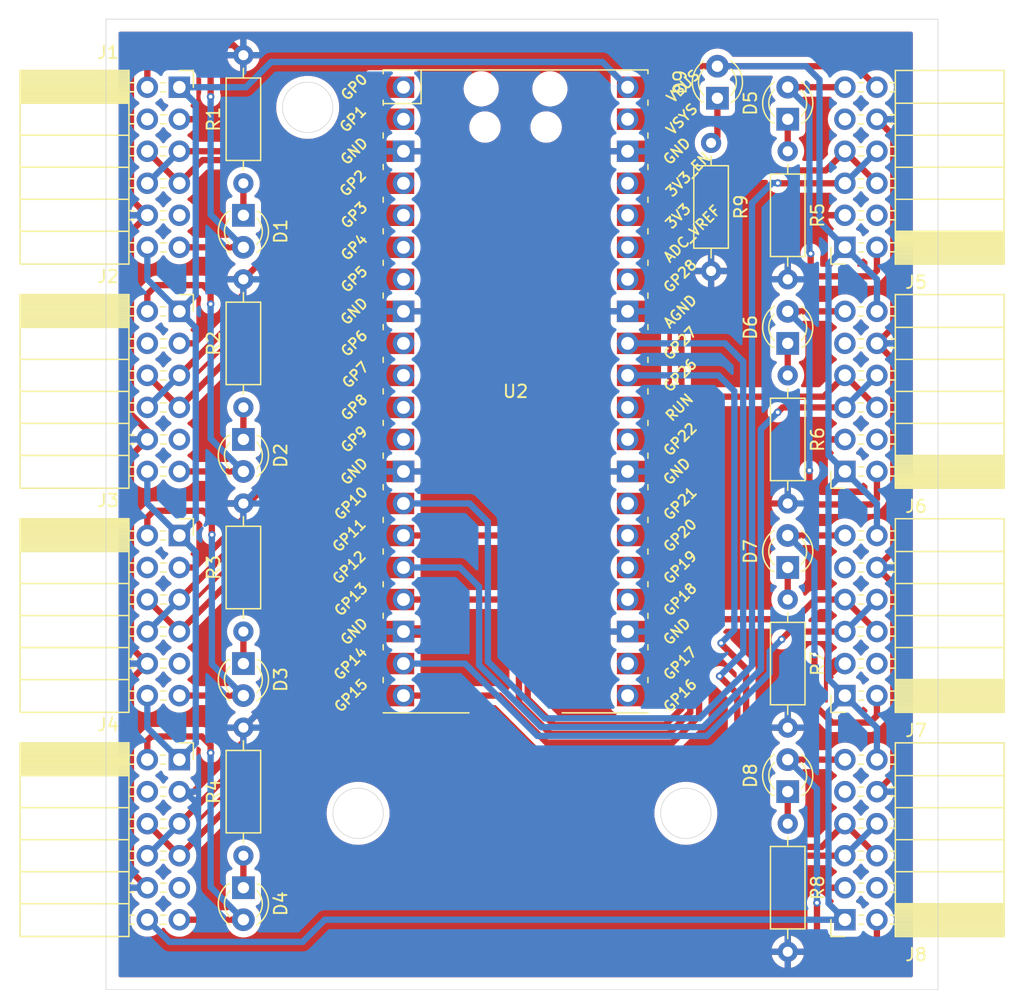
<source format=kicad_pcb>
(kicad_pcb (version 20240108) (generator "pcbnew") (generator_version "8.0")
  (layers (0 "F.Cu" signal) (31 "B.Cu" signal) (34 "B.Paste" user) (35 "F.Paste" user) (36 "B.SilkS" user "B.Silkscreen") (37 "F.SilkS" user "F.Silkscreen") (38 "B.Mask" user) (39 "F.Mask" user) (44 "Edge.Cuts" user))
  (net 0 "")
  (net 1 "+5V")
  (net 2 "+3V3")
  (net 3 "CW{slash}CCW-1")
  (net 4 "GND")
  (net 5 "CONN-1")
  (net 6 "PWM-1")
  (net 7 "CW{slash}CCW-2")
  (net 8 "CONN-2")
  (net 9 "PWM-2")
  (net 10 "CONN-3")
  (net 11 "PWM-3")
  (net 12 "CW{slash}CCW-3")
  (net 13 "CONN-4")
  (net 14 "PWM-4")
  (net 15 "CW{slash}CCW-4")
  (net 16 "CW{slash}CCW-5")
  (net 17 "CONN-5")
  (net 18 "PWM-5")
  (net 19 "CONN-6")
  (net 20 "CW{slash}CCW-6")
  (net 21 "PWM-6")
  (net 22 "CW{slash}CCW-7")
  (net 23 "PWM-7")
  (net 24 "CONN-7")
  (net 25 "CONN-8")
  (net 26 "PWM-8")
  (net 27 "CW{slash}CCW-8")
  (net 34 "Net-(D1-K)")
  (net 35 "Net-(D2-K)")
  (net 36 "Net-(D3-K)")
  (net 37 "Net-(D4-K)")
  (net 38 "Net-(D5-K)")
  (net 39 "Net-(D6-K)")
  (net 40 "Net-(D7-K)")
  (net 41 "Net-(D8-K)")
  (net 42 "Net-(D9-K)")
  (footprint "LED_THT:LED_D3.0mm" (layer "F.Cu") (at 159.08 86.5 90)
    (property "Reference" "D7")
    (property "Value" "LED")
  )
  (footprint "Resistor_THT:R_Axial_DIN0207_L6.3mm_D2.5mm_P10.16mm_Horizontal" (layer "F.Cu") (at 159.08 71.26 -90)
    (property "Reference" "R6")
    (property "Value" "R")
  )
  (footprint "Connector_PinSocket_2.54mm:PinSocket_2x06_P2.54mm_Horizontal" (layer "F.Cu") (at 163.615 61.1 180)
    (property "Reference" "J5")
    (property "Value" "Conn_02x06_Odd_Even")
  )
  (footprint "Connector_PinSocket_2.54mm:PinSocket_2x06_P2.54mm_Horizontal" (layer "F.Cu") (at 110.82 66.18)
    (property "Reference" "J2")
    (property "Value" "Conn_02x06_Odd_Even")
  )
  (footprint "LED_THT:LED_D3.0mm" (layer "F.Cu") (at 159.08 50.94 90)
    (property "Reference" "D5")
    (property "Value" "LED")
  )
  (footprint "Connector_PinSocket_2.54mm:PinSocket_2x06_P2.54mm_Horizontal" (layer "F.Cu") (at 163.615 78.88 180)
    (property "Reference" "J6")
    (property "Value" "Conn_02x06_Odd_Even")
  )
  (footprint "Resistor_THT:R_Axial_DIN0207_L6.3mm_D2.5mm_P10.16mm_Horizontal" (layer "F.Cu") (at 115.9 109.36 90)
    (property "Reference" "R4")
    (property "Value" "R")
  )
  (footprint "Connector_PinSocket_2.54mm:PinSocket_2x06_P2.54mm_Horizontal" (layer "F.Cu") (at 163.615 114.44 180)
    (property "Reference" "J8")
    (property "Value" "Conn_02x06_Odd_Even")
  )
  (footprint "Resistor_THT:R_Axial_DIN0207_L6.3mm_D2.5mm_P10.16mm_Horizontal" (layer "F.Cu") (at 115.9 91.58 90)
    (property "Reference" "R3")
    (property "Value" "R")
  )
  (footprint "Resistor_THT:R_Axial_DIN0207_L6.3mm_D2.5mm_P10.16mm_Horizontal" (layer "F.Cu") (at 159.08 106.82 -90)
    (property "Reference" "R8")
    (property "Value" "R")
  )
  (footprint "LED_THT:LED_D3.0mm" (layer "F.Cu") (at 115.9 76.34 -90)
    (property "Reference" "D2")
    (property "Value" "LED")
  )
  (footprint "Connector_PinSocket_2.54mm:PinSocket_2x06_P2.54mm_Horizontal" (layer "F.Cu") (at 110.82 83.96)
    (property "Reference" "J3")
    (property "Value" "Conn_02x06_Odd_Even")
  )
  (footprint "MCU_RaspberryPi_and_Boards:RPi_Pico_SMD_TH" (layer "F.Cu") (at 137.49 72.53)
    (property "Reference" "U2")
    (property "Value" "Pico")
  )
  (footprint "LED_THT:LED_D3.0mm" (layer "F.Cu") (at 153.5 49.275 90)
    (property "Reference" "D9")
    (property "Value" "LED")
  )
  (footprint "Resistor_THT:R_Axial_DIN0207_L6.3mm_D2.5mm_P10.16mm_Horizontal" (layer "F.Cu") (at 159.08 89.04 -90)
    (property "Reference" "R7")
    (property "Value" "R")
  )
  (footprint "Connector_PinSocket_2.54mm:PinSocket_2x06_P2.54mm_Horizontal" (layer "F.Cu") (at 163.615 96.66 180)
    (property "Reference" "J7")
    (property "Value" "Conn_02x06_Odd_Even")
  )
  (footprint "LED_THT:LED_D3.0mm" (layer "F.Cu") (at 115.9 58.56 -90)
    (property "Reference" "D1")
    (property "Value" "LED")
  )
  (footprint "Connector_PinSocket_2.54mm:PinSocket_2x06_P2.54mm_Horizontal" (layer "F.Cu") (at 110.82 101.74)
    (property "Reference" "J4")
    (property "Value" "Conn_02x06_Odd_Even")
  )
  (footprint "Resistor_THT:R_Axial_DIN0207_L6.3mm_D2.5mm_P10.16mm_Horizontal" (layer "F.Cu") (at 115.9 56.02 90)
    (property "Reference" "R1")
    (property "Value" "R")
  )
  (footprint "Connector_PinSocket_2.54mm:PinSocket_2x06_P2.54mm_Horizontal" (layer "F.Cu") (at 110.82 48.4)
    (property "Reference" "J1")
    (property "Value" "Conn_02x06_Odd_Even")
  )
  (footprint "Resistor_THT:R_Axial_DIN0207_L6.3mm_D2.5mm_P10.16mm_Horizontal" (layer "F.Cu") (at 153 52.82 -90)
    (property "Reference" "R9")
    (property "Value" "R")
  )
  (footprint "LED_THT:LED_D3.0mm" (layer "F.Cu") (at 159.08 68.72 90)
    (property "Reference" "D6")
    (property "Value" "LED")
  )
  (footprint "LED_THT:LED_D3.0mm" (layer "F.Cu") (at 115.9 94.12 -90)
    (property "Reference" "D3")
    (property "Value" "LED")
  )
  (footprint "LED_THT:LED_D3.0mm" (layer "F.Cu") (at 115.9 111.9 -90)
    (property "Reference" "D4")
    (property "Value" "LED")
  )
  (footprint "Resistor_THT:R_Axial_DIN0207_L6.3mm_D2.5mm_P10.16mm_Horizontal" (layer "F.Cu") (at 115.9 73.8 90)
    (property "Reference" "R2")
    (property "Value" "R")
  )
  (footprint "LED_THT:LED_D3.0mm" (layer "F.Cu") (at 159.08 104.28 90)
    (property "Reference" "D8")
    (property "Value" "LED")
  )
  (footprint "Resistor_THT:R_Axial_DIN0207_L6.3mm_D2.5mm_P10.16mm_Horizontal" (layer "F.Cu") (at 159.08 53.48 -90)
    (property "Reference" "R5")
    (property "Value" "R")
  )
  (gr_circle (center 121 50) (end 121 52) (stroke (width 0.05)) (fill none) (layer "Edge.Cuts"))
  (gr_circle (center 125 106) (end 125 108) (stroke (width 0.05)) (fill none) (layer "Edge.Cuts"))
  (gr_circle (center 151 106) (end 151 108) (stroke (width 0.05)) (fill none) (layer "Edge.Cuts"))
  (gr_rect (start 105 43) (end 171 120) (stroke (width 0.05)) (fill none) (layer "Edge.Cuts"))
  (segment (start 150.2 48.4) (end 151.865 46.735) (width 0.5) (layer "F.Cu") (net 1))
  (segment (start 153.5 46.735) (end 164.49 46.735) (width 0.5) (layer "F.Cu") (net 1))
  (segment (start 151.865 46.735) (end 153.5 46.735) (width 0.5) (layer "F.Cu") (net 1))
  (segment (start 164.49 46.735) (end 166.155 48.4) (width 0.5) (layer "F.Cu") (net 1))
  (segment (start 146.38 48.4) (end 150.2 48.4) (width 0.5) (layer "F.Cu") (net 1))
  (segment (start 160.535 46.735) (end 161.6 47.8) (width 0.5) (layer "B.Cu") (net 1))
  (segment (start 162.315 113.14) (end 162.315 97.96) (width 0.5) (layer "B.Cu") (net 1))
  (segment (start 163.615 61.1) (end 161.6 59.085) (width 0.5) (layer "B.Cu") (net 1))
  (segment (start 108.28 63.64) (end 110.82 66.18) (width 0.5) (layer "B.Cu") (net 1))
  (segment (start 163.615 96.66) (end 162.315 95.36) (width 0.5) (layer "B.Cu") (net 1))
  (segment (start 112.12 67.48) (end 110.82 66.18) (width 0.5) (layer "B.Cu") (net 1))
  (segment (start 144.38 46.4) (end 146.38 48.4) (width 0.5) (layer "B.Cu") (net 1))
  (segment (start 153.5 46.735) (end 160.535 46.735) (width 0.5) (layer "B.Cu") (net 1))
  (segment (start 108.28 96.66) (end 108.28 99.2) (width 0.5) (layer "B.Cu") (net 1))
  (segment (start 112.12 85.26) (end 110.82 83.96) (width 0.5) (layer "B.Cu") (net 1))
  (segment (start 162.315 62.4) (end 163.615 61.1) (width 0.5) (layer "B.Cu") (net 1))
  (segment (start 110.82 83.96) (end 112.12 82.66) (width 0.5) (layer "B.Cu") (net 1))
  (segment (start 110.82 66.18) (end 112.12 64.88) (width 0.5) (layer "B.Cu") (net 1))
  (segment (start 112.12 49.7) (end 110.82 48.4) (width 0.5) (layer "B.Cu") (net 1))
  (segment (start 163.615 78.88) (end 162.315 77.58) (width 0.5) (layer "B.Cu") (net 1))
  (segment (start 163.615 114.44) (end 162.315 113.14) (width 0.5) (layer "B.Cu") (net 1))
  (segment (start 112.12 100.44) (end 112.12 85.26) (width 0.5) (layer "B.Cu") (net 1))
  (segment (start 118.1 46.4) (end 144.38 46.4) (width 0.5) (layer "B.Cu") (net 1))
  (segment (start 166.155 83.96) (end 166.155 81.42) (width 0.5) (layer "B.Cu") (net 1))
  (segment (start 112.12 64.88) (end 112.12 49.7) (width 0.5) (layer "B.Cu") (net 1))
  (segment (start 116.1 48.4) (end 118.1 46.4) (width 0.5) (layer "B.Cu") (net 1))
  (segment (start 110.82 48.4) (end 116.1 48.4) (width 0.5) (layer "B.Cu") (net 1))
  (segment (start 166.155 66.18) (end 166.155 63.64) (width 0.5) (layer "B.Cu") (net 1))
  (segment (start 162.315 77.58) (end 162.315 62.4) (width 0.5) (layer "B.Cu") (net 1))
  (segment (start 112.12 82.66) (end 112.12 67.48) (width 0.5) (layer "B.Cu") (net 1))
  (segment (start 120.6 116.2) (end 122.36 114.44) (width 0.5) (layer "B.Cu") (net 1))
  (segment (start 162.315 95.36) (end 162.315 80.18) (width 0.5) (layer "B.Cu") (net 1))
  (segment (start 166.155 63.64) (end 163.615 61.1) (width 0.5) (layer "B.Cu") (net 1))
  (segment (start 110.82 101.74) (end 112.12 100.44) (width 0.5) (layer "B.Cu") (net 1))
  (segment (start 108.28 78.88) (end 108.28 81.42) (width 0.5) (layer "B.Cu") (net 1))
  (segment (start 161.6 59.085) (end 161.6 47.8) (width 0.5) (layer "B.Cu") (net 1))
  (segment (start 166.155 81.42) (end 163.615 78.88) (width 0.5) (layer "B.Cu") (net 1))
  (segment (start 108.28 114.44) (end 110.04 116.2) (width 0.5) (layer "B.Cu") (net 1))
  (segment (start 108.28 61.1) (end 108.28 63.64) (width 0.5) (layer "B.Cu") (net 1))
  (segment (start 122.36 114.44) (end 163.615 114.44) (width 0.5) (layer "B.Cu") (net 1))
  (segment (start 108.28 81.42) (end 110.82 83.96) (width 0.5) (layer "B.Cu") (net 1))
  (segment (start 162.315 80.18) (end 163.615 78.88) (width 0.5) (layer "B.Cu") (net 1))
  (segment (start 110.04 116.2) (end 120.6 116.2) (width 0.5) (layer "B.Cu") (net 1))
  (segment (start 166.155 101.74) (end 166.155 99.2) (width 0.5) (layer "B.Cu") (net 1))
  (segment (start 108.28 99.2) (end 110.82 101.74) (width 0.5) (layer "B.Cu") (net 1))
  (segment (start 162.315 97.96) (end 163.615 96.66) (width 0.5) (layer "B.Cu") (net 1))
  (segment (start 166.155 99.2) (end 163.615 96.66) (width 0.5) (layer "B.Cu") (net 1))
  (segment (start 112.66 54.18) (end 119.26765 54.18) (width 0.5) (layer "F.Cu") (net 3))
  (segment (start 108.28 53.48) (end 110.82 56.02) (width 0.5) (layer "F.Cu") (net 3))
  (segment (start 110.82 56.02) (end 112.66 54.18) (width 0.5) (layer "F.Cu") (net 3))
  (segment (start 119.26765 54.18) (end 123.64765 58.56) (width 0.5) (layer "F.Cu") (net 3))
  (segment (start 123.64765 58.56) (end 128.6 58.56) (width 0.5) (layer "F.Cu") (net 3))
  (segment (start 115.9 64.842081) (end 115.9 63.64) (width 0.5) (layer "F.Cu") (net 4))
  (segment (start 106.98 95.42) (end 108.28 94.12) (width 0.5) (layer "F.Cu") (net 4))
  (segment (start 106.98 110.6) (end 106.98 95.42) (width 0.5) (layer "F.Cu") (net 4))
  (segment (start 115.9 99.2) (end 117.3 97.8) (width 0.5) (layer "F.Cu") (net 4))
  (segment (start 115.9 63.64) (end 114.44 63.64) (width 0.5) (layer "F.Cu") (net 4))
  (segment (start 116.28 81.42) (end 117.05 80.65) (width 0.5) (layer "F.Cu") (net 4))
  (segment (start 115.9 45.86) (end 115.100001 45.060001) (width 0.5) (layer "F.Cu") (net 4))
  (segment (start 114.44 63.64) (end 114.1 63.3) (width 0.5) (layer "F.Cu") (net 4))
  (segment (start 110.82 86.5) (end 112.022081 86.5) (width 0.5) (layer "F.Cu") (net 4))
  (segment (start 166.155 68.72) (end 167.455 67.42) (width 0.5) (layer "F.Cu") (net 4))
  (segment (start 160.66 76.34) (end 163.615 76.34) (width 0.5) (layer "F.Cu") (net 4))
  (segment (start 159.08 59.82) (end 160.34 58.56) (width 0.5) (layer "F.Cu") (net 4))
  (segment (start 159.08 77.92) (end 160.66 76.34) (width 0.5) (layer "F.Cu") (net 4))
  (segment (start 115.9 81.42) (end 113.88 81.42) (width 0.5) (layer "F.Cu") (net 4))
  (segment (start 166.155 104.28) (end 167.455 102.98) (width 0.5) (layer "F.Cu") (net 4))
  (segment (start 167.455 85.2) (end 167.455 70.02) (width 0.5) (layer "F.Cu") (net 4))
  (segment (start 117.3 97.8) (end 117.8 97.8) (width 0.5) (layer "F.Cu") (net 4))
  (segment (start 167.455 70.02) (end 166.155 68.72) (width 0.5) (layer "F.Cu") (net 4))
  (segment (start 106.98 59.86) (end 108.28 58.56) (width 0.5) (layer "F.Cu") (net 4))
  (segment (start 112.022081 86.5) (end 115.9 82.622081) (width 0.5) (layer "F.Cu") (net 4))
  (segment (start 167.455 87.8) (end 166.155 86.5) (width 0.5) (layer "F.Cu") (net 4))
  (segment (start 128.6 91.58) (end 124.82 91.58) (width 1) (layer "F.Cu") (net 4))
  (segment (start 159.08 113.12) (end 159.08 116.98) (width 0.5) (layer "F.Cu") (net 4))
  (segment (start 108.28 58.56) (end 106.98 57.26) (width 0.5) (layer "F.Cu") (net 4))
  (segment (start 108.28 111.9) (end 106.98 110.6) (width 0.5) (layer "F.Cu") (net 4))
  (segment (start 167.455 52.24) (end 166.155 50.94) (width 0.5) (layer "F.Cu") (net 4))
  (segment (start 106.98 57.26) (end 106.98 46.32) (width 0.5) (layer "F.Cu") (net 4))
  (segment (start 108.28 76.34) (end 108.28 75.638478) (width 0.5) (layer "F.Cu") (net 4))
  (segment (start 108.28 94.12) (end 106.98 92.82) (width 0.5) (layer "F.Cu") (net 4))
  (segment (start 159.08 81.42) (end 159.08 77.92) (width 0.5) (layer "F.Cu") (net 4))
  (segment (start 110.82 104.28) (end 111.95137 104.28) (width 0.5) (layer "F.Cu") (net 4))
  (segment (start 106.98 92.82) (end 106.98 77.64) (width 0.5) (layer "F.Cu") (net 4))
  (segment (start 128.6 91.58) (end 130.88 91.58) (width 1) (layer "F.Cu") (net 4))
  (segment (start 167.455 67.42) (end 167.455 52.24) (width 0.5) (layer "F.Cu") (net 4))
  (segment (start 163.615 94.12) (end 162.98 94.12) (width 1) (layer "F.Cu") (net 4))
  (segment (start 115.9 81.42) (end 116.28 81.42) (width 0.5) (layer "F.Cu") (net 4))
  (segment (start 112.022081 68.72) (end 115.9 64.842081) (width 0.5) (layer "F.Cu") (net 4))
  (segment (start 167.455 102.98) (end 167.455 87.8) (width 0.5) (layer "F.Cu") (net 4))
  (segment (start 108.28 75.638478) (end 106.98 74.338478) (width 0.5) (layer "F.Cu") (net 4))
  (segment (start 110.82 68.72) (end 112.022081 68.72) (width 0.5) (layer "F.Cu") (net 4))
  (segment (start 117.24 62.3) (end 117.6 62.3) (width 0.5) (layer "F.Cu") (net 4))
  (segment (start 115.100001 45.060001) (end 108.239999 45.060001) (width 0.5) (layer "F.Cu") (net 4))
  (segment (start 163.615 111.9) (end 160.3 111.9) (width 0.5) (layer "F.Cu") (net 4))
  (segment (start 159.08 63.64) (end 159.08 59.82) (width 0.5) (layer "F.Cu") (net 4))
  (segment (start 115.9 82.622081) (end 115.9 81.42) (width 0.5) (layer "F.Cu") (net 4))
  (segment (start 111.95137 104.28) (end 115.9 100.33137) (width 0.5) (layer "F.Cu") (net 4))
  (segment (start 108.239999 45.060001) (end 106.98 46.32) (width 0.5) (layer "F.Cu") (net 4))
  (segment (start 106.98 77.64) (end 108.28 76.34) (width 0.5) (layer "F.Cu") (net 4))
  (segment (start 106.98 74.338478) (end 106.98 59.86) (width 0.5) (layer "F.Cu") (net 4))
  (segment (start 160.3 111.9) (end 159.08 113.12) (width 0.5) (layer "F.Cu") (net 4))
  (segment (start 115.9 49.2) (end 115.9 45.86) (width 0.5) (layer "F.Cu") (net 4))
  (segment (start 114.16 50.94) (end 115.9 49.2) (width 0.5) (layer "F.Cu") (net 4))
  (segment (start 115.9 100.33137) (end 115.9 99.2) (width 0.5) (layer "F.Cu") (net 4))
  (segment (start 115.9 63.64) (end 117.24 62.3) (width 0.5) (layer "F.Cu") (net 4))
  (segment (start 113.88 81.42) (end 113.8 81.5) (width 0.5) (layer "F.Cu") (net 4))
  (segment (start 166.155 86.5) (end 167.455 85.2) (width 0.5) (layer "F.Cu") (net 4))
  (segment (start 110.82 50.94) (end 114.16 50.94) (width 0.5) (layer "F.Cu") (net 4))
  (segment (start 162.98 94.12) (end 162.5 94.6) (width 1) (layer "F.Cu") (net 4))
  (segment (start 160.34 58.56) (end 163.615 58.56) (width 0.5) (layer "F.Cu") (net 4))
  (segment (start 124.82 91.58) (end 124.7 91.7) (width 1) (layer "F.Cu") (net 4))
  (segment (start 117.2 97.9) (end 117.7 97.9) (width 0.5) (layer "B.Cu") (net 4))
  (segment (start 111.28 104.28) (end 112.1 105.1) (width 0.5) (layer "B.Cu") (net 4))
  (segment (start 117.72 79.6) (end 118.1 79.6) (width 0.5) (layer "B.Cu") (net 4))
  (segment (start 115.9 81.42) (end 114.02 81.42) (width 0.5) (layer "B.Cu") (net 4))
  (segment (start 115.9 81.42) (end 117.72 79.6) (width 0.5) (layer "B.Cu") (net 4))
  (segment (start 115.9 99.2) (end 117.2 97.9) (width 0.5) (layer "B.Cu") (net 4))
  (segment (start 110.82 104.28) (end 111.28 104.28) (width 0.5) (layer "B.Cu") (net 4))
  (segment (start 114.02 81.42) (end 113.7 81.1) (width 0.5) (layer "B.Cu") (net 4))
  (segment (start 112.4 46.5) (end 108.8 46.5) (width 0.5) (layer "F.Cu") (net 5))
  (segment (start 110.82 61.1) (end 115.9 61.1) (width 0.5) (layer "F.Cu") (net 5))
  (segment (start 108.28 47.02) (end 108.28 48.4) (width 0.5) (layer "F.Cu") (net 5))
  (segment (start 113.3 49.15) (end 113.3 47.4) (width 0.5) (layer "F.Cu") (net 5))
  (segment (start 113.3 47.4) (end 112.4 46.5) (width 0.5) (layer "F.Cu") (net 5))
  (segment (start 108.8 46.5) (end 108.28 47.02) (width 0.5) (layer "F.Cu") (net 5))
  (via (at 113.3 49.15) (size 0.6) (drill 0.3) (layers "F.Cu" "B.Cu") (net 5))
  (segment (start 113.3 49.15) (end 113.3 58.5) (width 0.5) (layer "B.Cu") (net 5))
  (segment (start 113.3 58.5) (end 115.9 61.1) (width 0.5) (layer "B.Cu") (net 5))
  (segment (start 122.0976 56.02) (end 119.5576 53.48) (width 0.5) (layer "F.Cu") (net 6))
  (segment (start 119.5576 53.48) (end 110.82 53.48) (width 0.5) (layer "F.Cu") (net 6))
  (segment (start 128.6 56.02) (end 122.0976 56.02) (width 0.5) (layer "F.Cu") (net 6))
  (segment (start 108.28 56.02) (end 110.82 53.48) (width 0.5) (layer "B.Cu") (net 6))
  (segment (start 120.98 63.64) (end 128.6 63.64) (width 0.5) (layer "F.Cu") (net 7))
  (segment (start 110.82 73.8) (end 120.98 63.64) (width 0.5) (layer "F.Cu") (net 7))
  (segment (start 108.28 71.26) (end 110.82 73.8) (width 0.5) (layer "F.Cu") (net 7))
  (segment (start 109 64.1) (end 108.28 64.82) (width 0.5) (layer "F.Cu") (net 8))
  (segment (start 112.7 64.1) (end 109 64.1) (width 0.5) (layer "F.Cu") (net 8))
  (segment (start 110.82 78.88) (end 115.9 78.88) (width 0.5) (layer "F.Cu") (net 8))
  (segment (start 113.3 64.7) (end 112.7 64.1) (width 0.5) (layer "F.Cu") (net 8))
  (segment (start 108.28 64.82) (end 108.28 66.18) (width 0.5) (layer "F.Cu") (net 8))
  (segment (start 113.3 65.6) (end 113.3 64.7) (width 0.5) (layer "F.Cu") (net 8))
  (via (at 113.3 65.6) (size 0.6) (drill 0.3) (layers "F.Cu" "B.Cu") (net 8))
  (segment (start 113.3 65.6) (end 113.3 76.28) (width 0.5) (layer "B.Cu") (net 8))
  (segment (start 113.3 76.28) (end 115.9 78.88) (width 0.5) (layer "B.Cu") (net 8))
  (segment (start 120.98 61.1) (end 128.6 61.1) (width 0.5) (layer "F.Cu") (net 9))
  (segment (start 110.82 71.26) (end 120.98 61.1) (width 0.5) (layer "F.Cu") (net 9))
  (segment (start 108.28 73.8) (end 110.82 71.26) (width 0.5) (layer "B.Cu") (net 9))
  (segment (start 113.4 82.7) (end 112.7 82) (width 0.5) (layer "F.Cu") (net 10))
  (segment (start 108.8 82) (end 108.28 82.52) (width 0.5) (layer "F.Cu") (net 10))
  (segment (start 108.28 82.52) (end 108.28 83.96) (width 0.5) (layer "F.Cu") (net 10))
  (segment (start 113.4 83.9) (end 113.4 82.7) (width 0.5) (layer "F.Cu") (net 10))
  (segment (start 110.82 96.66) (end 115.9 96.66) (width 0.5) (layer "F.Cu") (net 10))
  (segment (start 112.7 82) (end 108.8 82) (width 0.5) (layer "F.Cu") (net 10))
  (via (at 113.4 83.9) (size 0.6) (drill 0.3) (layers "F.Cu" "B.Cu") (net 10))
  (segment (start 113.4 83.9) (end 113.4 94.16) (width 0.5) (layer "B.Cu") (net 10))
  (segment (start 113.4 94.16) (end 115.9 96.66) (width 0.5) (layer "B.Cu") (net 10))
  (segment (start 124.30805 68.72) (end 128.6 68.72) (width 0.5) (layer "F.Cu") (net 11))
  (segment (start 120.5228 72.50525) (end 124.30805 68.72) (width 0.5) (layer "F.Cu") (net 11))
  (segment (start 120.5228 79.3372) (end 120.5228 72.50525) (width 0.5) (layer "F.Cu") (net 11))
  (segment (start 110.82 89.04) (end 120.5228 79.3372) (width 0.5) (layer "F.Cu") (net 11))
  (segment (start 108.28 91.58) (end 110.82 89.04) (width 0.5) (layer "B.Cu") (net 11))
  (segment (start 110.82 91.58) (end 121.2228 81.1772) (width 0.5) (layer "F.Cu") (net 12))
  (segment (start 108.28 89.04) (end 110.82 91.58) (width 0.5) (layer "F.Cu") (net 12))
  (segment (start 122.758 71.26) (end 128.6 71.26) (width 0.5) (layer "F.Cu") (net 12))
  (segment (start 121.2228 72.7952) (end 122.758 71.26) (width 0.5) (layer "F.Cu") (net 12))
  (segment (start 121.2228 81.1772) (end 121.2228 72.7952) (width 0.5) (layer "F.Cu") (net 12))
  (segment (start 113.3 100.6) (end 112.6 99.9) (width 0.5) (layer "F.Cu") (net 13))
  (segment (start 113.3 101.2) (end 113.3 100.6) (width 0.5) (layer "F.Cu") (net 13))
  (segment (start 108.28 100.22) (end 108.28 101.74) (width 0.5) (layer "F.Cu") (net 13))
  (segment (start 112.6 99.9) (end 108.6 99.9) (width 0.5) (layer "F.Cu") (net 13))
  (segment (start 110.82 114.44) (end 115.9 114.44) (width 0.5) (layer "F.Cu") (net 13))
  (segment (start 108.6 99.9) (end 108.28 100.22) (width 0.5) (layer "F.Cu") (net 13))
  (via (at 113.3 101.2) (size 0.6) (drill 0.3) (layers "F.Cu" "B.Cu") (net 13))
  (segment (start 113.3 111.84) (end 115.9 114.44) (width 0.5) (layer "B.Cu") (net 13))
  (segment (start 113.3 101.2) (end 113.3 111.84) (width 0.5) (layer "B.Cu") (net 13))
  (segment (start 121.996 75.832) (end 124.028 73.8) (width 0.5) (layer "F.Cu") (net 14))
  (segment (start 124.028 73.8) (end 128.6 73.8) (width 0.5) (layer "F.Cu") (net 14))
  (segment (start 110.82 106.82) (end 121.996 95.644) (width 0.5) (layer "F.Cu") (net 14))
  (segment (start 121.996 95.644) (end 121.996 75.832) (width 0.5) (layer "F.Cu") (net 14))
  (segment (start 108.28 109.36) (end 110.82 106.82) (width 0.5) (layer "B.Cu") (net 14))
  (segment (start 122.696 97.484) (end 122.696 77.864) (width 0.5) (layer "F.Cu") (net 15))
  (segment (start 124.22 76.34) (end 128.6 76.34) (width 0.5) (layer "F.Cu") (net 15))
  (segment (start 110.82 109.36) (end 108.28 106.82) (width 0.5) (layer "F.Cu") (net 15))
  (segment (start 122.696 77.864) (end 124.22 76.34) (width 0.5) (layer "F.Cu") (net 15))
  (segment (start 110.82 109.36) (end 122.696 97.484) (width 0.5) (layer "F.Cu") (net 15))
  (segment (start 137.2868 83.96) (end 138.4552 85.1284) (width 0.5) (layer "F.Cu") (net 16))
  (segment (start 128.6 83.96) (end 137.2868 83.96) (width 0.5) (layer "F.Cu") (net 16))
  (segment (start 149.35245 98.9968) (end 150.6472 97.70205) (width 0.5) (layer "F.Cu") (net 16))
  (segment (start 140.538 98.9968) (end 149.35245 98.9968) (width 0.5) (layer "F.Cu") (net 16))
  (segment (start 162.095 55) (end 163.615 53.48) (width 0.5) (layer "F.Cu") (net 16))
  (segment (start 138.4552 96.914) (end 140.538 98.9968) (width 0.5) (layer "F.Cu") (net 16))
  (segment (start 163.615 53.48) (end 166.155 56.02) (width 0.5) (layer "F.Cu") (net 16))
  (segment (start 150.6472 56.9528) (end 152.6 55) (width 0.5) (layer "F.Cu") (net 16))
  (segment (start 152.6 55) (end 162.095 55) (width 0.5) (layer "F.Cu") (net 16))
  (segment (start 138.4552 85.1284) (end 138.4552 96.914) (width 0.5) (layer "F.Cu") (net 16))
  (segment (start 150.6472 97.70205) (end 150.6472 56.9528) (width 0.5) (layer "F.Cu") (net 16))
  (segment (start 166.155 62.945) (end 166.155 61.1) (width 0.5) (layer "F.Cu") (net 17))
  (segment (start 159.08 48.4) (end 163.615 48.4) (width 0.5) (layer "F.Cu") (net 17))
  (segment (start 165.7 63.4) (end 166.155 62.945) (width 0.5) (layer "F.Cu") (net 17))
  (segment (start 161.3 63.4) (end 165.7 63.4) (width 0.5) (layer "F.Cu") (net 17))
  (segment (start 160.9 61.6) (end 160.9 63) (width 0.5) (layer "F.Cu") (net 17))
  (segment (start 160.9 63) (end 161.3 63.4) (width 0.5) (layer "F.Cu") (net 17))
  (via (at 160.9 61.6) (size 0.6) (drill 0.3) (layers "F.Cu" "B.Cu") (net 17))
  (segment (start 160.9 61.6) (end 160.8 61.5) (width 0.5) (layer "B.Cu") (net 17))
  (segment (start 160.8 50.12) (end 159.08 48.4) (width 0.5) (layer "B.Cu") (net 17))
  (segment (start 160.8 61.5) (end 160.8 50.12) (width 0.5) (layer "B.Cu") (net 17))
  (segment (start 158.32 56.02) (end 163.615 56.02) (width 0.5) (layer "F.Cu") (net 18))
  (segment (start 158.3 56) (end 158.32 56.02) (width 0.5) (layer "F.Cu") (net 18))
  (via (at 158.3 56) (size 0.6) (drill 0.3) (layers "F.Cu" "B.Cu") (net 18))
  (segment (start 139.7971 98.4604) (end 135.2944 93.9577) (width 0.5) (layer "B.Cu") (net 18))
  (segment (start 163.615 56.02) (end 166.155 53.48) (width 0.5) (layer "B.Cu") (net 18))
  (segment (start 158.3 56) (end 157.8412 56) (width 0.5) (layer "B.Cu") (net 18))
  (segment (start 135.2944 82.882) (end 133.8324 81.42) (width 0.5) (layer "B.Cu") (net 18))
  (segment (start 133.8324 81.42) (end 128.6 81.42) (width 0.5) (layer "B.Cu") (net 18))
  (segment (start 152.07325 98.4604) (end 139.7971 98.4604) (width 0.5) (layer "B.Cu") (net 18))
  (segment (start 156.2464 94.28725) (end 152.07325 98.4604) (width 0.5) (layer "B.Cu") (net 18))
  (segment (start 157.8412 56) (end 156.2464 57.5948) (width 0.5) (layer "B.Cu") (net 18))
  (segment (start 135.2944 93.9577) (end 135.2944 82.882) (width 0.5) (layer "B.Cu") (net 18))
  (segment (start 157.8412 56) (end 157.8212 56.02) (width 0.5) (layer "B.Cu") (net 18))
  (segment (start 156.2464 57.5948) (end 156.2464 94.28725) (width 0.5) (layer "B.Cu") (net 18))
  (segment (start 165.7 81.5) (end 166.155 81.045) (width 0.5) (layer "F.Cu") (net 19))
  (segment (start 161.2 81.5) (end 165.7 81.5) (width 0.5) (layer "F.Cu") (net 19))
  (segment (start 166.155 81.045) (end 166.155 78.88) (width 0.5) (layer "F.Cu") (net 19))
  (segment (start 159.08 66.18) (end 163.615 66.18) (width 0.5) (layer "F.Cu") (net 19))
  (segment (start 160.8 81.1) (end 161.2 81.5) (width 0.5) (layer "F.Cu") (net 19))
  (segment (start 160.8 78.8) (end 160.8 81.1) (width 0.5) (layer "F.Cu") (net 19))
  (via (at 160.8 78.8) (size 0.6) (drill 0.3) (layers "F.Cu" "B.Cu") (net 19))
  (segment (start 160.8 78.8) (end 160.8 67.9) (width 0.5) (layer "B.Cu") (net 19))
  (segment (start 160.8 67.9) (end 159.08 66.18) (width 0.5) (layer "B.Cu") (net 19))
  (segment (start 137.7552 90.2084) (end 136.5868 89.04) (width 0.5) (layer "F.Cu") (net 20))
  (segment (start 161.925 72.95) (end 152.75 72.95) (width 0.5) (layer "F.Cu") (net 20))
  (segment (start 151.3472 74.3528) (end 151.3472 97.992) (width 0.5) (layer "F.Cu") (net 20))
  (segment (start 137.7552 97.20395) (end 137.7552 90.2084) (width 0.5) (layer "F.Cu") (net 20))
  (segment (start 163.615 71.26) (end 163.615 71.297) (width 0.5) (layer "F.Cu") (net 20))
  (segment (start 163.615 71.26) (end 161.925 72.95) (width 0.5) (layer "F.Cu") (net 20))
  (segment (start 149.6424 99.6968) (end 140.24805 99.6968) (width 0.5) (layer "F.Cu") (net 20))
  (segment (start 140.24805 99.6968) (end 137.7552 97.20395) (width 0.5) (layer "F.Cu") (net 20))
  (segment (start 151.3472 97.992) (end 149.6424 99.6968) (width 0.5) (layer "F.Cu") (net 20))
  (segment (start 163.615 71.26) (end 166.155 73.8) (width 0.5) (layer "F.Cu") (net 20))
  (segment (start 152.75 72.95) (end 151.3472 74.3528) (width 0.5) (layer "F.Cu") (net 20))
  (segment (start 136.5868 89.04) (end 128.6 89.04) (width 0.5) (layer "F.Cu") (net 20))
  (segment (start 158.2868 74.1868) (end 158.6736 73.8) (width 0.5) (layer "F.Cu") (net 21))
  (segment (start 163.615 73.8) (end 163.615 74.115749) (width 0.5) (layer "F.Cu") (net 21))
  (segment (start 158.6736 73.8) (end 163.615 73.8) (width 0.5) (layer "F.Cu") (net 21))
  (via (at 158.2868 74.1868) (size 0.6) (drill 0.3) (layers "F.Cu" "B.Cu") (net 21))
  (segment (start 156.9464 94.5772) (end 152.3632 99.1604) (width 0.5) (layer "B.Cu") (net 21))
  (segment (start 156.9464 75.5272) (end 156.9464 94.5772) (width 0.5) (layer "B.Cu") (net 21))
  (segment (start 163.615 73.8) (end 166.155 71.26) (width 0.5) (layer "B.Cu") (net 21))
  (segment (start 139.50715 99.1604) (end 134.5944 94.24765) (width 0.5) (layer "B.Cu") (net 21))
  (segment (start 152.3632 99.1604) (end 139.50715 99.1604) (width 0.5) (layer "B.Cu") (net 21))
  (segment (start 158.2868 74.1868) (end 156.9464 75.5272) (width 0.5) (layer "B.Cu") (net 21))
  (segment (start 134.5944 94.24765) (end 134.5944 88.024) (width 0.5) (layer "B.Cu") (net 21))
  (segment (start 134.5944 88.024) (end 133.0704 86.5) (width 0.5) (layer "B.Cu") (net 21))
  (segment (start 133.0704 86.5) (end 128.6 86.5) (width 0.5) (layer "B.Cu") (net 21))
  (segment (start 161.26 89.04) (end 163.615 89.04) (width 0.5) (layer "F.Cu") (net 22))
  (segment (start 149.93235 100.3968) (end 152.0472 98.28195) (width 0.5) (layer "F.Cu") (net 22))
  (segment (start 163.615 89.04) (end 166.155 91.58) (width 0.5) (layer "F.Cu") (net 22))
  (segment (start 152.0472 92.4152) (end 153.8624 90.6) (width 0.5) (layer "F.Cu") (net 22))
  (segment (start 153.8624 90.6) (end 159.7 90.6) (width 0.5) (layer "F.Cu") (net 22))
  (segment (start 128.6 96.66) (end 136.22 96.66) (width 0.5) (layer "F.Cu") (net 22))
  (segment (start 152.0472 98.28195) (end 152.0472 92.4152) (width 0.5) (layer "F.Cu") (net 22))
  (segment (start 139.9568 100.3968) (end 149.93235 100.3968) (width 0.5) (layer "F.Cu") (net 22))
  (segment (start 136.22 96.66) (end 139.9568 100.3968) (width 0.5) (layer "F.Cu") (net 22))
  (segment (start 159.7 90.6) (end 161.26 89.04) (width 0.5) (layer "F.Cu") (net 22))
  (segment (start 159.22 91.58) (end 163.615 91.58) (width 0.5) (layer "F.Cu") (net 23))
  (segment (start 158.6 92.2) (end 159.22 91.58) (width 0.5) (layer "F.Cu") (net 23))
  (via (at 158.6 92.2) (size 0.6) (drill 0.3) (layers "F.Cu" "B.Cu") (net 23))
  (segment (start 158.6 92.2) (end 157.6464 93.1536) (width 0.5) (layer "B.Cu") (net 23))
  (segment (start 133.4768 94.12) (end 128.6 94.12) (width 0.5) (layer "B.Cu") (net 23))
  (segment (start 157.236349 95.2772) (end 152.65315 99.8604) (width 0.5) (layer "B.Cu") (net 23))
  (segment (start 163.615 91.58) (end 166.155 89.04) (width 0.5) (layer "B.Cu") (net 23))
  (segment (start 152.65315 99.8604) (end 139.2172 99.8604) (width 0.5) (layer "B.Cu") (net 23))
  (segment (start 157.6464 94.86715) (end 157.236349 95.2772) (width 0.5) (layer "B.Cu") (net 23))
  (segment (start 157.6464 93.1536) (end 157.6464 94.86715) (width 0.5) (layer "B.Cu") (net 23))
  (segment (start 139.2172 99.8604) (end 133.4768 94.12) (width 0.5) (layer "B.Cu") (net 23))
  (segment (start 166.155 98.245) (end 165.7 98.7) (width 0.5) (layer "F.Cu") (net 24))
  (segment (start 161.2 97.4) (end 161.2 93.4) (width 0.5) (layer "F.Cu") (net 24))
  (segment (start 162.6 98.8) (end 161.2 97.4) (width 0.5) (layer "F.Cu") (net 24))
  (segment (start 159.08 83.96) (end 163.615 83.96) (width 0.5) (layer "F.Cu") (net 24))
  (segment (start 161.2 93.4) (end 161.2 93.5) (width 0.5) (layer "F.Cu") (net 24))
  (segment (start 165.7 98.7) (end 165.6 98.8) (width 0.5) (layer "F.Cu") (net 24))
  (segment (start 165.6 98.8) (end 162.6 98.8) (width 0.5) (layer "F.Cu") (net 24))
  (segment (start 166.155 96.66) (end 166.155 98.245) (width 0.5) (layer "F.Cu") (net 24))
  (via (at 161.2 93.4) (size 0.6) (drill 0.3) (layers "F.Cu" "B.Cu") (net 24))
  (segment (start 161.2 86.08) (end 159.08 83.96) (width 0.5) (layer "B.Cu") (net 24))
  (segment (start 161.2 93.4) (end 161.2 86.08) (width 0.5) (layer "B.Cu") (net 24))
  (segment (start 162.6 116.3) (end 162.2 116.3) (width 0.5) (layer "F.Cu") (net 25))
  (segment (start 166.155 114.44) (end 166.155 116.045) (width 0.5) (layer "F.Cu") (net 25))
  (segment (start 162.2 116.3) (end 161.6 115.7) (width 0.5) (layer "F.Cu") (net 25))
  (segment (start 166.155 116.045) (end 165.9 116.3) (width 0.5) (layer "F.Cu") (net 25))
  (segment (start 159.08 101.74) (end 163.615 101.74) (width 0.5) (layer "F.Cu") (net 25))
  (segment (start 161.4 113.1) (end 161.4 115.5) (width 0.5) (layer "F.Cu") (net 25))
  (segment (start 165.9 116.3) (end 162.6 116.3) (width 0.5) (layer "F.Cu") (net 25))
  (segment (start 161.4 115.5) (end 162.2 116.3) (width 0.5) (layer "F.Cu") (net 25))
  (via (at 161.4 113.1) (size 0.6) (drill 0.3) (layers "F.Cu" "B.Cu") (net 25))
  (segment (start 161.4 104.06) (end 159.08 101.74) (width 0.5) (layer "B.Cu") (net 25))
  (segment (start 161.4 113.1) (end 161.4 104.06) (width 0.5) (layer "B.Cu") (net 25))
  (segment (start 156.26125 109.36) (end 163.615 109.36) (width 0.5) (layer "F.Cu") (net 26))
  (segment (start 155.078 108.17675) (end 156.26125 109.36) (width 0.5) (layer "F.Cu") (net 26))
  (segment (start 155.078 96.5188) (end 155.078 108.17675) (width 0.5) (layer "F.Cu") (net 26))
  (segment (start 153.678 95.1188) (end 155.078 96.5188) (width 0.5) (layer "F.Cu") (net 26))
  (via (at 153.678 95.1188) (size 0.6) (drill 0.3) (layers "F.Cu" "B.Cu") (net 26))
  (segment (start 163.615 109.36) (end 166.155 106.82) (width 0.5) (layer "B.Cu") (net 26))
  (segment (start 153.678 95.1188) (end 155.5464 93.2504) (width 0.5) (layer "B.Cu") (net 26))
  (segment (start 155.5464 93.2504) (end 155.5464 70.1648) (width 0.5) (layer "B.Cu") (net 26))
  (segment (start 155.5464 70.1648) (end 154.1016 68.72) (width 0.5) (layer "B.Cu") (net 26))
  (segment (start 154.1016 68.72) (end 146.38 68.72) (width 0.5) (layer "B.Cu") (net 26))
  (segment (start 153.7968 92.5452) (end 154.8128 93.5612) (width 0.5) (layer "F.Cu") (net 27))
  (segment (start 154.8128 93.5612) (end 154.8636 93.612) (width 0.5) (layer "F.Cu") (net 27))
  (segment (start 153.7968 92.4944) (end 153.7968 92.5452) (width 0.5) (layer "F.Cu") (net 27))
  (segment (start 153.7968 92.5452) (end 155.778 94.5264) (width 0.5) (layer "F.Cu") (net 27))
  (segment (start 163.615 106.82) (end 166.155 109.36) (width 0.5) (layer "F.Cu") (net 27))
  (segment (start 161.775 108.66) (end 163.615 106.82) (width 0.5) (layer "F.Cu") (net 27))
  (segment (start 155.778 107.8868) (end 156.5512 108.66) (width 0.5) (layer "F.Cu") (net 27))
  (segment (start 155.778 94.5264) (end 155.778 107.8868) (width 0.5) (layer "F.Cu") (net 27))
  (segment (start 156.5512 108.66) (end 161.775 108.66) (width 0.5) (layer "F.Cu") (net 27))
  (segment (start 154.8128 93.5612) (end 155.778 94.5264) (width 0.5) (layer "F.Cu") (net 27))
  (via (at 153.7968 92.4944) (size 0.6) (drill 0.3) (layers "F.Cu" "B.Cu") (net 27))
  (segment (start 153.5936 71.26) (end 154.8464 72.5128) (width 0.5) (layer "B.Cu") (net 27))
  (segment (start 146.38 71.26) (end 153.5936 71.26) (width 0.5) (layer "B.Cu") (net 27))
  (segment (start 154.8464 91.4448) (end 153.7968 92.4944) (width 0.5) (layer "B.Cu") (net 27))
  (segment (start 154.8464 72.5128) (end 154.8464 91.4448) (width 0.5) (layer "B.Cu") (net 27))
  (segment (start 115.9 56.02) (end 115.9 58.56) (width 0.5) (layer "F.Cu") (net 34))
  (segment (start 115.9 73.8) (end 115.9 76.34) (width 0.5) (layer "F.Cu") (net 35))
  (segment (start 115.9 91.58) (end 115.9 94.12) (width 0.5) (layer "F.Cu") (net 36))
  (segment (start 115.9 109.36) (end 115.9 111.9) (width 0.5) (layer "F.Cu") (net 37))
  (segment (start 159.08 53.48) (end 159.08 50.94) (width 0.5) (layer "F.Cu") (net 38))
  (segment (start 159.08 71.26) (end 159.08 68.72) (width 0.5) (layer "F.Cu") (net 39))
  (segment (start 159.08 89.04) (end 159.08 86.5) (width 0.5) (layer "F.Cu") (net 40))
  (segment (start 159.08 106.82) (end 159.08 104.28) (width 0.5) (layer "F.Cu") (net 41))
  (segment (start 153.5 49.275) (end 153.5 52.32) (width 0.5) (layer "F.Cu") (net 42))
  (segment (start 153.5 52.32) (end 153 52.82) (width 0.5) (layer "F.Cu") (net 42))
  (zone (net 4) (net_name "GND") (layers "F&B.Cu") (connect_pads (clearance 0.5)) (min_thickness 0.25) (fill yes (thermal_gap 0.5) (thermal_bridge_width 0.5) (island_removal_mode 1) (island_area_min 10))
    (polygon (pts (xy 106 44) (xy 106 119) (xy 169 119) (xy 169 44)))
  )
)
</source>
